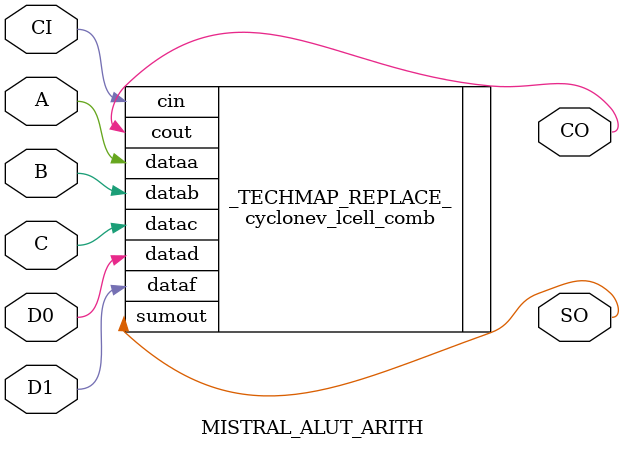
<source format=v>
module MISTRAL_ALUT6(input A, B, C, D, E, F, output Q);
parameter LUT = 64'h0000_0000_0000_0000;

cyclonev_lcell_comb #(.lut_mask(LUT)) _TECHMAP_REPLACE_ (.dataa(A), .datab(B), .datac(C), .datad(D), .datae(E), .dataf(F), .combout(Q));

endmodule


module MISTRAL_ALUT5(input A, B, C, D, E, output Q);
parameter LUT = 32'h0000_0000;

cyclonev_lcell_comb #(.lut_mask({2{LUT}})) _TECHMAP_REPLACE_ (.dataa(A), .datab(B), .datac(C), .datad(D), .datae(E), .combout(Q));

endmodule


module MISTRAL_ALUT4(input A, B, C, D, output Q);
parameter LUT = 16'h0000;

cyclonev_lcell_comb #(.lut_mask({4{LUT}})) _TECHMAP_REPLACE_ (.dataa(A), .datab(B), .datac(C), .datad(D), .combout(Q));

endmodule


module MISTRAL_ALUT3(input A, B, C, output Q);
parameter LUT = 8'h00;

cyclonev_lcell_comb #(.lut_mask({8{LUT}})) _TECHMAP_REPLACE_ (.dataa(A), .datab(B), .datac(C), .combout(Q));

endmodule


module MISTRAL_ALUT2(input A, B, output Q);
parameter LUT = 4'h0;

cyclonev_lcell_comb #(.lut_mask({16{LUT}})) _TECHMAP_REPLACE_ (.dataa(A), .datab(B), .combout(Q));

endmodule


module MISTRAL_NOT(input A, output Q);

NOT _TECHMAP_REPLACE_ (.IN(A), .OUT(Q));

endmodule


module MISTRAL_ALUT_ARITH(input A, B, C, D0, D1, CI, output SO, CO);
parameter LUT0 = 16'h0000;
parameter LUT1 = 16'h0000;

cyclonev_lcell_comb #(.lut_mask({16'h0, LUT1, 16'h0, LUT0})) _TECHMAP_REPLACE_ (.dataa(A), .datab(B), .datac(C), .datad(D0), .dataf(D1), .cin(CI), .sumout(SO), .cout(CO));

endmodule

</source>
